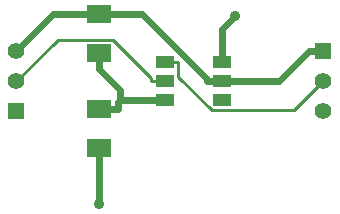
<source format=gtl>
G04 (created by PCBNEW (2013-07-07 BZR 4022)-stable) date 2014-02-06 11:32:22 PM*
%MOIN*%
G04 Gerber Fmt 3.4, Leading zero omitted, Abs format*
%FSLAX34Y34*%
G01*
G70*
G90*
G04 APERTURE LIST*
%ADD10C,0.00590551*%
%ADD11R,0.0590551X0.0393701*%
%ADD12R,0.08X0.06*%
%ADD13R,0.055X0.055*%
%ADD14C,0.055*%
%ADD15C,0.035*%
%ADD16C,0.024*%
%ADD17C,0.01*%
G04 APERTURE END LIST*
G54D10*
G54D11*
X15570Y-15984D03*
X15570Y-14724D03*
X15570Y-15354D03*
X17500Y-14724D03*
X17500Y-15354D03*
X17500Y-15984D03*
G54D12*
X13385Y-14429D03*
X13385Y-13129D03*
X13385Y-16279D03*
X13385Y-17579D03*
G54D13*
X10629Y-16354D03*
G54D14*
X10629Y-15354D03*
X10629Y-14354D03*
G54D13*
X20866Y-14354D03*
G54D14*
X20866Y-15354D03*
X20866Y-16354D03*
G54D15*
X17913Y-13188D03*
X13385Y-19440D03*
G54D16*
X19371Y-15354D02*
X17500Y-15354D01*
X20371Y-14354D02*
X19371Y-15354D01*
X20866Y-14354D02*
X20371Y-14354D01*
X17500Y-15354D02*
X16984Y-15354D01*
X14818Y-13129D02*
X13385Y-13129D01*
X16984Y-15295D02*
X14818Y-13129D01*
X16984Y-15354D02*
X16984Y-15295D01*
X11854Y-13129D02*
X10629Y-14354D01*
X13385Y-13129D02*
X11854Y-13129D01*
G54D17*
X16016Y-15204D02*
X16016Y-14724D01*
X17142Y-16331D02*
X16016Y-15204D01*
X19889Y-16331D02*
X17142Y-16331D01*
X20866Y-15354D02*
X19889Y-16331D01*
X15570Y-14724D02*
X16016Y-14724D01*
G54D16*
X17500Y-13602D02*
X17913Y-13188D01*
X17500Y-14724D02*
X17500Y-13602D01*
X13385Y-17579D02*
X13385Y-19440D01*
G54D17*
X15125Y-15254D02*
X15125Y-15354D01*
X13850Y-13979D02*
X15125Y-15254D01*
X12004Y-13979D02*
X13850Y-13979D01*
X10629Y-15354D02*
X12004Y-13979D01*
X15570Y-15354D02*
X15125Y-15354D01*
G54D16*
X15570Y-15984D02*
X15055Y-15984D01*
X13385Y-14429D02*
X13385Y-14949D01*
X14073Y-15984D02*
X15055Y-15984D01*
X14005Y-16051D02*
X14073Y-15984D01*
X14005Y-16279D02*
X14005Y-16051D01*
X14073Y-15637D02*
X13385Y-14949D01*
X14073Y-15984D02*
X14073Y-15637D01*
X13385Y-16279D02*
X14005Y-16279D01*
M02*

</source>
